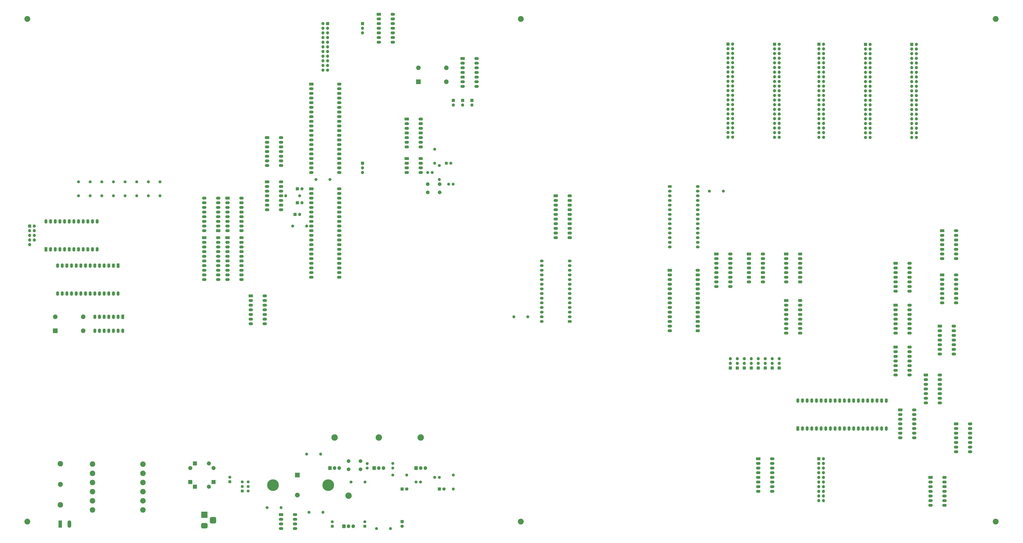
<source format=gbr>
%TF.GenerationSoftware,KiCad,Pcbnew,(5.1.10)-1*%
%TF.CreationDate,2022-04-25T14:42:15+01:00*%
%TF.ProjectId,Motherboard,4d6f7468-6572-4626-9f61-72642e6b6963,2.2*%
%TF.SameCoordinates,Original*%
%TF.FileFunction,Soldermask,Top*%
%TF.FilePolarity,Negative*%
%FSLAX46Y46*%
G04 Gerber Fmt 4.6, Leading zero omitted, Abs format (unit mm)*
G04 Created by KiCad (PCBNEW (5.1.10)-1) date 2022-04-25 14:42:15*
%MOMM*%
%LPD*%
G01*
G04 APERTURE LIST*
%ADD10O,2.400000X1.600000*%
%ADD11R,2.400000X1.600000*%
%ADD12C,2.700000*%
%ADD13C,3.000000*%
%ADD14C,1.600000*%
%ADD15R,1.600000X1.600000*%
%ADD16C,3.200000*%
%ADD17O,1.700000X1.700000*%
%ADD18R,1.700000X1.700000*%
%ADD19O,1.600000X2.400000*%
%ADD20R,1.600000X2.400000*%
%ADD21O,1.600000X1.600000*%
%ADD22O,2.000000X1.440000*%
%ADD23R,2.000000X1.440000*%
%ADD24O,1.905000X2.000000*%
%ADD25R,1.905000X2.000000*%
%ADD26O,3.500000X3.500000*%
%ADD27C,2.500000*%
%ADD28R,2.500000X2.500000*%
%ADD29C,2.000000*%
%ADD30C,6.350000*%
%ADD31C,2.600000*%
%ADD32R,2.600000X2.600000*%
%ADD33O,1.980000X3.960000*%
%ADD34R,1.980000X3.960000*%
%ADD35R,3.500000X3.500000*%
%ADD36C,1.800000*%
%ADD37R,1.800000X1.800000*%
%ADD38O,2.200000X2.200000*%
%ADD39R,2.200000X2.200000*%
G04 APERTURE END LIST*
D10*
%TO.C,U20*%
X441960000Y-275564600D03*
X434340000Y-293344600D03*
X441960000Y-278104600D03*
X434340000Y-290804600D03*
X441960000Y-280644600D03*
X434340000Y-288264600D03*
X441960000Y-283184600D03*
X434340000Y-285724600D03*
X441960000Y-285724600D03*
X434340000Y-283184600D03*
X441960000Y-288264600D03*
X434340000Y-280644600D03*
X441960000Y-290804600D03*
X434340000Y-278104600D03*
X441960000Y-293344600D03*
D11*
X434340000Y-275564600D03*
%TD*%
D12*
%TO.C,F1*%
X53619400Y-289507000D03*
D13*
X53619400Y-300757000D03*
X53619400Y-278257000D03*
%TD*%
D14*
%TO.C,SW1*%
X156031800Y-288217600D03*
X156031800Y-290717600D03*
X156031800Y-293217600D03*
X152831800Y-288217600D03*
X152831800Y-290717600D03*
D15*
X152831800Y-293217600D03*
%TD*%
D16*
%TO.C,REF\u002A\u002A*%
X304800000Y-309829200D03*
%TD*%
%TO.C,REF\u002A\u002A*%
X304800000Y-35509200D03*
%TD*%
%TO.C,REF\u002A\u002A*%
X35560000Y-35509200D03*
%TD*%
%TO.C,REF\u002A\u002A*%
X563880000Y-35509200D03*
%TD*%
%TO.C,REF\u002A\u002A*%
X563880000Y-309829200D03*
%TD*%
%TO.C,REF\u002A\u002A*%
X35560000Y-309829200D03*
%TD*%
D10*
%TO.C,U15*%
X535940000Y-285750000D03*
X528320000Y-300990000D03*
X535940000Y-288290000D03*
X528320000Y-298450000D03*
X535940000Y-290830000D03*
X528320000Y-295910000D03*
X535940000Y-293370000D03*
X528320000Y-293370000D03*
X535940000Y-295910000D03*
X528320000Y-290830000D03*
X535940000Y-298450000D03*
X528320000Y-288290000D03*
X535940000Y-300990000D03*
D11*
X528320000Y-285750000D03*
%TD*%
D17*
%TO.C,J9*%
X520648800Y-100228400D03*
X518108800Y-100228400D03*
X520648800Y-97688400D03*
X518108800Y-97688400D03*
X520648800Y-95148400D03*
X518108800Y-95148400D03*
X520648800Y-92608400D03*
X518108800Y-92608400D03*
X520648800Y-90068400D03*
X518108800Y-90068400D03*
X520648800Y-87528400D03*
X518108800Y-87528400D03*
X520648800Y-84988400D03*
X518108800Y-84988400D03*
X520648800Y-82448400D03*
X518108800Y-82448400D03*
X520648800Y-79908400D03*
X518108800Y-79908400D03*
X520648800Y-77368400D03*
X518108800Y-77368400D03*
X520648800Y-74828400D03*
X518108800Y-74828400D03*
X520648800Y-72288400D03*
X518108800Y-72288400D03*
X520648800Y-69748400D03*
X518108800Y-69748400D03*
X520648800Y-67208400D03*
X518108800Y-67208400D03*
X520648800Y-64668400D03*
X518108800Y-64668400D03*
X520648800Y-62128400D03*
X518108800Y-62128400D03*
X520648800Y-59588400D03*
X518108800Y-59588400D03*
X520648800Y-57048400D03*
X518108800Y-57048400D03*
X520648800Y-54508400D03*
X518108800Y-54508400D03*
X520648800Y-51968400D03*
X518108800Y-51968400D03*
X520648800Y-49428400D03*
D18*
X518108800Y-49428400D03*
%TD*%
D17*
%TO.C,J8*%
X495414000Y-100228400D03*
X492874000Y-100228400D03*
X495414000Y-97688400D03*
X492874000Y-97688400D03*
X495414000Y-95148400D03*
X492874000Y-95148400D03*
X495414000Y-92608400D03*
X492874000Y-92608400D03*
X495414000Y-90068400D03*
X492874000Y-90068400D03*
X495414000Y-87528400D03*
X492874000Y-87528400D03*
X495414000Y-84988400D03*
X492874000Y-84988400D03*
X495414000Y-82448400D03*
X492874000Y-82448400D03*
X495414000Y-79908400D03*
X492874000Y-79908400D03*
X495414000Y-77368400D03*
X492874000Y-77368400D03*
X495414000Y-74828400D03*
X492874000Y-74828400D03*
X495414000Y-72288400D03*
X492874000Y-72288400D03*
X495414000Y-69748400D03*
X492874000Y-69748400D03*
X495414000Y-67208400D03*
X492874000Y-67208400D03*
X495414000Y-64668400D03*
X492874000Y-64668400D03*
X495414000Y-62128400D03*
X492874000Y-62128400D03*
X495414000Y-59588400D03*
X492874000Y-59588400D03*
X495414000Y-57048400D03*
X492874000Y-57048400D03*
X495414000Y-54508400D03*
X492874000Y-54508400D03*
X495414000Y-51968400D03*
X492874000Y-51968400D03*
X495414000Y-49428400D03*
D18*
X492874000Y-49428400D03*
%TD*%
D17*
%TO.C,J7*%
X470026800Y-100177600D03*
X467486800Y-100177600D03*
X470026800Y-97637600D03*
X467486800Y-97637600D03*
X470026800Y-95097600D03*
X467486800Y-95097600D03*
X470026800Y-92557600D03*
X467486800Y-92557600D03*
X470026800Y-90017600D03*
X467486800Y-90017600D03*
X470026800Y-87477600D03*
X467486800Y-87477600D03*
X470026800Y-84937600D03*
X467486800Y-84937600D03*
X470026800Y-82397600D03*
X467486800Y-82397600D03*
X470026800Y-79857600D03*
X467486800Y-79857600D03*
X470026800Y-77317600D03*
X467486800Y-77317600D03*
X470026800Y-74777600D03*
X467486800Y-74777600D03*
X470026800Y-72237600D03*
X467486800Y-72237600D03*
X470026800Y-69697600D03*
X467486800Y-69697600D03*
X470026800Y-67157600D03*
X467486800Y-67157600D03*
X470026800Y-64617600D03*
X467486800Y-64617600D03*
X470026800Y-62077600D03*
X467486800Y-62077600D03*
X470026800Y-59537600D03*
X467486800Y-59537600D03*
X470026800Y-56997600D03*
X467486800Y-56997600D03*
X470026800Y-54457600D03*
X467486800Y-54457600D03*
X470026800Y-51917600D03*
X467486800Y-51917600D03*
X470026800Y-49377600D03*
D18*
X467486800Y-49377600D03*
%TD*%
D17*
%TO.C,J6*%
X445808000Y-100177600D03*
X443268000Y-100177600D03*
X445808000Y-97637600D03*
X443268000Y-97637600D03*
X445808000Y-95097600D03*
X443268000Y-95097600D03*
X445808000Y-92557600D03*
X443268000Y-92557600D03*
X445808000Y-90017600D03*
X443268000Y-90017600D03*
X445808000Y-87477600D03*
X443268000Y-87477600D03*
X445808000Y-84937600D03*
X443268000Y-84937600D03*
X445808000Y-82397600D03*
X443268000Y-82397600D03*
X445808000Y-79857600D03*
X443268000Y-79857600D03*
X445808000Y-77317600D03*
X443268000Y-77317600D03*
X445808000Y-74777600D03*
X443268000Y-74777600D03*
X445808000Y-72237600D03*
X443268000Y-72237600D03*
X445808000Y-69697600D03*
X443268000Y-69697600D03*
X445808000Y-67157600D03*
X443268000Y-67157600D03*
X445808000Y-64617600D03*
X443268000Y-64617600D03*
X445808000Y-62077600D03*
X443268000Y-62077600D03*
X445808000Y-59537600D03*
X443268000Y-59537600D03*
X445808000Y-56997600D03*
X443268000Y-56997600D03*
X445808000Y-54457600D03*
X443268000Y-54457600D03*
X445808000Y-51917600D03*
X443268000Y-51917600D03*
X445808000Y-49377600D03*
D18*
X443268000Y-49377600D03*
%TD*%
D17*
%TO.C,J5*%
X420420800Y-100025200D03*
X417880800Y-100025200D03*
X420420800Y-97485200D03*
X417880800Y-97485200D03*
X420420800Y-94945200D03*
X417880800Y-94945200D03*
X420420800Y-92405200D03*
X417880800Y-92405200D03*
X420420800Y-89865200D03*
X417880800Y-89865200D03*
X420420800Y-87325200D03*
X417880800Y-87325200D03*
X420420800Y-84785200D03*
X417880800Y-84785200D03*
X420420800Y-82245200D03*
X417880800Y-82245200D03*
X420420800Y-79705200D03*
X417880800Y-79705200D03*
X420420800Y-77165200D03*
X417880800Y-77165200D03*
X420420800Y-74625200D03*
X417880800Y-74625200D03*
X420420800Y-72085200D03*
X417880800Y-72085200D03*
X420420800Y-69545200D03*
X417880800Y-69545200D03*
X420420800Y-67005200D03*
X417880800Y-67005200D03*
X420420800Y-64465200D03*
X417880800Y-64465200D03*
X420420800Y-61925200D03*
X417880800Y-61925200D03*
X420420800Y-59385200D03*
X417880800Y-59385200D03*
X420420800Y-56845200D03*
X417880800Y-56845200D03*
X420420800Y-54305200D03*
X417880800Y-54305200D03*
X420420800Y-51765200D03*
X417880800Y-51765200D03*
X420420800Y-49225200D03*
D18*
X417880800Y-49225200D03*
%TD*%
D10*
%TO.C,U33*%
X205740000Y-71120000D03*
X190500000Y-119380000D03*
X205740000Y-73660000D03*
X190500000Y-116840000D03*
X205740000Y-76200000D03*
X190500000Y-114300000D03*
X205740000Y-78740000D03*
X190500000Y-111760000D03*
X205740000Y-81280000D03*
X190500000Y-109220000D03*
X205740000Y-83820000D03*
X190500000Y-106680000D03*
X205740000Y-86360000D03*
X190500000Y-104140000D03*
X205740000Y-88900000D03*
X190500000Y-101600000D03*
X205740000Y-91440000D03*
X190500000Y-99060000D03*
X205740000Y-93980000D03*
X190500000Y-96520000D03*
X205740000Y-96520000D03*
X190500000Y-93980000D03*
X205740000Y-99060000D03*
X190500000Y-91440000D03*
X205740000Y-101600000D03*
X190500000Y-88900000D03*
X205740000Y-104140000D03*
X190500000Y-86360000D03*
X205740000Y-106680000D03*
X190500000Y-83820000D03*
X205740000Y-109220000D03*
X190500000Y-81280000D03*
X205740000Y-111760000D03*
X190500000Y-78740000D03*
X205740000Y-114300000D03*
X190500000Y-76200000D03*
X205740000Y-116840000D03*
X190500000Y-73660000D03*
X205740000Y-119380000D03*
D11*
X190500000Y-71120000D03*
%TD*%
D10*
%TO.C,U21*%
X205740000Y-128270000D03*
X190500000Y-176530000D03*
X205740000Y-130810000D03*
X190500000Y-173990000D03*
X205740000Y-133350000D03*
X190500000Y-171450000D03*
X205740000Y-135890000D03*
X190500000Y-168910000D03*
X205740000Y-138430000D03*
X190500000Y-166370000D03*
X205740000Y-140970000D03*
X190500000Y-163830000D03*
X205740000Y-143510000D03*
X190500000Y-161290000D03*
X205740000Y-146050000D03*
X190500000Y-158750000D03*
X205740000Y-148590000D03*
X190500000Y-156210000D03*
X205740000Y-151130000D03*
X190500000Y-153670000D03*
X205740000Y-153670000D03*
X190500000Y-151130000D03*
X205740000Y-156210000D03*
X190500000Y-148590000D03*
X205740000Y-158750000D03*
X190500000Y-146050000D03*
X205740000Y-161290000D03*
X190500000Y-143510000D03*
X205740000Y-163830000D03*
X190500000Y-140970000D03*
X205740000Y-166370000D03*
X190500000Y-138430000D03*
X205740000Y-168910000D03*
X190500000Y-135890000D03*
X205740000Y-171450000D03*
X190500000Y-133350000D03*
X205740000Y-173990000D03*
X190500000Y-130810000D03*
X205740000Y-176530000D03*
D11*
X190500000Y-128270000D03*
%TD*%
D10*
%TO.C,U9*%
X401320000Y-172720000D03*
X386080000Y-205740000D03*
X401320000Y-175260000D03*
X386080000Y-203200000D03*
X401320000Y-177800000D03*
X386080000Y-200660000D03*
X401320000Y-180340000D03*
X386080000Y-198120000D03*
X401320000Y-182880000D03*
X386080000Y-195580000D03*
X401320000Y-185420000D03*
X386080000Y-193040000D03*
X401320000Y-187960000D03*
X386080000Y-190500000D03*
X401320000Y-190500000D03*
X386080000Y-187960000D03*
X401320000Y-193040000D03*
X386080000Y-185420000D03*
X401320000Y-195580000D03*
X386080000Y-182880000D03*
X401320000Y-198120000D03*
X386080000Y-180340000D03*
X401320000Y-200660000D03*
X386080000Y-177800000D03*
X401320000Y-203200000D03*
X386080000Y-175260000D03*
X401320000Y-205740000D03*
D11*
X386080000Y-172720000D03*
%TD*%
D19*
%TO.C,U27*%
X455930000Y-243840000D03*
X504190000Y-259080000D03*
X458470000Y-243840000D03*
X501650000Y-259080000D03*
X461010000Y-243840000D03*
X499110000Y-259080000D03*
X463550000Y-243840000D03*
X496570000Y-259080000D03*
X466090000Y-243840000D03*
X494030000Y-259080000D03*
X468630000Y-243840000D03*
X491490000Y-259080000D03*
X471170000Y-243840000D03*
X488950000Y-259080000D03*
X473710000Y-243840000D03*
X486410000Y-259080000D03*
X476250000Y-243840000D03*
X483870000Y-259080000D03*
X478790000Y-243840000D03*
X481330000Y-259080000D03*
X481330000Y-243840000D03*
X478790000Y-259080000D03*
X483870000Y-243840000D03*
X476250000Y-259080000D03*
X486410000Y-243840000D03*
X473710000Y-259080000D03*
X488950000Y-243840000D03*
X471170000Y-259080000D03*
X491490000Y-243840000D03*
X468630000Y-259080000D03*
X494030000Y-243840000D03*
X466090000Y-259080000D03*
X496570000Y-243840000D03*
X463550000Y-259080000D03*
X499110000Y-243840000D03*
X461010000Y-259080000D03*
X501650000Y-243840000D03*
X458470000Y-259080000D03*
X504190000Y-243840000D03*
D20*
X455930000Y-259080000D03*
%TD*%
D17*
%TO.C,J3*%
X36830000Y-158750000D03*
X39370000Y-156210000D03*
X36830000Y-156210000D03*
X39370000Y-153670000D03*
X36830000Y-153670000D03*
X39370000Y-151130000D03*
X36830000Y-151130000D03*
X39370000Y-148590000D03*
D18*
X36830000Y-148590000D03*
%TD*%
D21*
%TO.C,R22*%
X300990000Y-198120000D03*
D14*
X308610000Y-198120000D03*
%TD*%
D10*
%TO.C,U16*%
X139700000Y-154940000D03*
X132080000Y-177800000D03*
X139700000Y-157480000D03*
X132080000Y-175260000D03*
X139700000Y-160020000D03*
X132080000Y-172720000D03*
X139700000Y-162560000D03*
X132080000Y-170180000D03*
X139700000Y-165100000D03*
X132080000Y-167640000D03*
X139700000Y-167640000D03*
X132080000Y-165100000D03*
X139700000Y-170180000D03*
X132080000Y-162560000D03*
X139700000Y-172720000D03*
X132080000Y-160020000D03*
X139700000Y-175260000D03*
X132080000Y-157480000D03*
X139700000Y-177800000D03*
D11*
X132080000Y-154940000D03*
%TD*%
D14*
%TO.C,C1*%
X220980000Y-278170000D03*
X220980000Y-280670000D03*
%TD*%
D17*
%TO.C,J4*%
X196850000Y-63500000D03*
X199390000Y-63500000D03*
X196850000Y-60960000D03*
X199390000Y-60960000D03*
X196850000Y-58420000D03*
X199390000Y-58420000D03*
X196850000Y-55880000D03*
X199390000Y-55880000D03*
X196850000Y-53340000D03*
X199390000Y-53340000D03*
X196850000Y-50800000D03*
X199390000Y-50800000D03*
X196850000Y-48260000D03*
X199390000Y-48260000D03*
X196850000Y-45720000D03*
X199390000Y-45720000D03*
X196850000Y-43180000D03*
X199390000Y-43180000D03*
X196850000Y-40640000D03*
X199390000Y-40640000D03*
X196850000Y-38100000D03*
D18*
X199390000Y-38100000D03*
%TD*%
D19*
%TO.C,U32*%
X87630000Y-205740000D03*
X72390000Y-198120000D03*
X85090000Y-205740000D03*
X74930000Y-198120000D03*
X82550000Y-205740000D03*
X77470000Y-198120000D03*
X80010000Y-205740000D03*
X80010000Y-198120000D03*
X77470000Y-205740000D03*
X82550000Y-198120000D03*
X74930000Y-205740000D03*
X85090000Y-198120000D03*
X72390000Y-205740000D03*
D20*
X87630000Y-198120000D03*
%TD*%
D22*
%TO.C,U19*%
X316230000Y-167640000D03*
X331470000Y-167640000D03*
X316230000Y-170180000D03*
X331470000Y-170180000D03*
X316230000Y-172720000D03*
X331470000Y-172720000D03*
X316230000Y-175260000D03*
X331470000Y-175260000D03*
X316230000Y-177800000D03*
X331470000Y-177800000D03*
X316230000Y-180340000D03*
X331470000Y-180340000D03*
X316230000Y-182880000D03*
X331470000Y-182880000D03*
X316230000Y-185420000D03*
X331470000Y-185420000D03*
X316230000Y-187960000D03*
X331470000Y-187960000D03*
X316230000Y-190500000D03*
X331470000Y-190500000D03*
X316230000Y-193040000D03*
X331470000Y-193040000D03*
X316230000Y-195580000D03*
X331470000Y-195580000D03*
X316230000Y-198120000D03*
X331470000Y-198120000D03*
X316230000Y-200660000D03*
D23*
X331470000Y-200660000D03*
%TD*%
D22*
%TO.C,U11*%
X401320000Y-160020000D03*
X386080000Y-160020000D03*
X401320000Y-157480000D03*
X386080000Y-157480000D03*
X401320000Y-154940000D03*
X386080000Y-154940000D03*
X401320000Y-152400000D03*
X386080000Y-152400000D03*
X401320000Y-149860000D03*
X386080000Y-149860000D03*
X401320000Y-147320000D03*
X386080000Y-147320000D03*
X401320000Y-144780000D03*
X386080000Y-144780000D03*
X401320000Y-142240000D03*
X386080000Y-142240000D03*
X401320000Y-139700000D03*
X386080000Y-139700000D03*
X401320000Y-137160000D03*
X386080000Y-137160000D03*
X401320000Y-134620000D03*
X386080000Y-134620000D03*
X401320000Y-132080000D03*
X386080000Y-132080000D03*
X401320000Y-129540000D03*
X386080000Y-129540000D03*
X401320000Y-127000000D03*
D23*
X386080000Y-127000000D03*
%TD*%
D24*
%TO.C,U13*%
X213360000Y-312420000D03*
X210820000Y-312420000D03*
D25*
X208280000Y-312420000D03*
D26*
X210820000Y-295760000D03*
%TD*%
D27*
%TO.C,X2*%
X66040000Y-205740000D03*
X66040000Y-198120000D03*
X50800000Y-198120000D03*
D28*
X50800000Y-205740000D03*
%TD*%
D27*
%TO.C,X1*%
X264160000Y-69850000D03*
X264160000Y-62230000D03*
X248920000Y-62230000D03*
D28*
X248920000Y-69850000D03*
%TD*%
D10*
%TO.C,U43*%
X542290000Y-151130000D03*
X534670000Y-166370000D03*
X542290000Y-153670000D03*
X534670000Y-163830000D03*
X542290000Y-156210000D03*
X534670000Y-161290000D03*
X542290000Y-158750000D03*
X534670000Y-158750000D03*
X542290000Y-161290000D03*
X534670000Y-156210000D03*
X542290000Y-163830000D03*
X534670000Y-153670000D03*
X542290000Y-166370000D03*
D11*
X534670000Y-151130000D03*
%TD*%
D10*
%TO.C,U31*%
X549910000Y-256540000D03*
X542290000Y-271780000D03*
X549910000Y-259080000D03*
X542290000Y-269240000D03*
X549910000Y-261620000D03*
X542290000Y-266700000D03*
X549910000Y-264160000D03*
X542290000Y-264160000D03*
X549910000Y-266700000D03*
X542290000Y-261620000D03*
X549910000Y-269240000D03*
X542290000Y-259080000D03*
X549910000Y-271780000D03*
D11*
X542290000Y-256540000D03*
%TD*%
D10*
%TO.C,U38*%
X541020000Y-203200000D03*
X533400000Y-218440000D03*
X541020000Y-205740000D03*
X533400000Y-215900000D03*
X541020000Y-208280000D03*
X533400000Y-213360000D03*
X541020000Y-210820000D03*
X533400000Y-210820000D03*
X541020000Y-213360000D03*
X533400000Y-208280000D03*
X541020000Y-215900000D03*
X533400000Y-205740000D03*
X541020000Y-218440000D03*
D11*
X533400000Y-203200000D03*
%TD*%
D10*
%TO.C,U42*%
X516890000Y-168910000D03*
X509270000Y-184150000D03*
X516890000Y-171450000D03*
X509270000Y-181610000D03*
X516890000Y-173990000D03*
X509270000Y-179070000D03*
X516890000Y-176530000D03*
X509270000Y-176530000D03*
X516890000Y-179070000D03*
X509270000Y-173990000D03*
X516890000Y-181610000D03*
X509270000Y-171450000D03*
X516890000Y-184150000D03*
D11*
X509270000Y-168910000D03*
%TD*%
D10*
%TO.C,U36*%
X516890000Y-214630000D03*
X509270000Y-229870000D03*
X516890000Y-217170000D03*
X509270000Y-227330000D03*
X516890000Y-219710000D03*
X509270000Y-224790000D03*
X516890000Y-222250000D03*
X509270000Y-222250000D03*
X516890000Y-224790000D03*
X509270000Y-219710000D03*
X516890000Y-227330000D03*
X509270000Y-217170000D03*
X516890000Y-229870000D03*
D11*
X509270000Y-214630000D03*
%TD*%
D10*
%TO.C,U39*%
X542290000Y-175260000D03*
X534670000Y-190500000D03*
X542290000Y-177800000D03*
X534670000Y-187960000D03*
X542290000Y-180340000D03*
X534670000Y-185420000D03*
X542290000Y-182880000D03*
X534670000Y-182880000D03*
X542290000Y-185420000D03*
X534670000Y-180340000D03*
X542290000Y-187960000D03*
X534670000Y-177800000D03*
X542290000Y-190500000D03*
D11*
X534670000Y-175260000D03*
%TD*%
D10*
%TO.C,U35*%
X533400000Y-229870000D03*
X525780000Y-245110000D03*
X533400000Y-232410000D03*
X525780000Y-242570000D03*
X533400000Y-234950000D03*
X525780000Y-240030000D03*
X533400000Y-237490000D03*
X525780000Y-237490000D03*
X533400000Y-240030000D03*
X525780000Y-234950000D03*
X533400000Y-242570000D03*
X525780000Y-232410000D03*
X533400000Y-245110000D03*
D11*
X525780000Y-229870000D03*
%TD*%
D10*
%TO.C,U37*%
X516890000Y-191770000D03*
X509270000Y-207010000D03*
X516890000Y-194310000D03*
X509270000Y-204470000D03*
X516890000Y-196850000D03*
X509270000Y-201930000D03*
X516890000Y-199390000D03*
X509270000Y-199390000D03*
X516890000Y-201930000D03*
X509270000Y-196850000D03*
X516890000Y-204470000D03*
X509270000Y-194310000D03*
X516890000Y-207010000D03*
D11*
X509270000Y-191770000D03*
%TD*%
D10*
%TO.C,U40*%
X519430000Y-248920000D03*
X511810000Y-264160000D03*
X519430000Y-251460000D03*
X511810000Y-261620000D03*
X519430000Y-254000000D03*
X511810000Y-259080000D03*
X519430000Y-256540000D03*
X511810000Y-256540000D03*
X519430000Y-259080000D03*
X511810000Y-254000000D03*
X519430000Y-261620000D03*
X511810000Y-251460000D03*
X519430000Y-264160000D03*
D11*
X511810000Y-248920000D03*
%TD*%
D19*
%TO.C,U29*%
X45720000Y-146050000D03*
X73660000Y-161290000D03*
X48260000Y-146050000D03*
X71120000Y-161290000D03*
X50800000Y-146050000D03*
X68580000Y-161290000D03*
X53340000Y-146050000D03*
X66040000Y-161290000D03*
X55880000Y-146050000D03*
X63500000Y-161290000D03*
X58420000Y-146050000D03*
X60960000Y-161290000D03*
X60960000Y-146050000D03*
X58420000Y-161290000D03*
X63500000Y-146050000D03*
X55880000Y-161290000D03*
X66040000Y-146050000D03*
X53340000Y-161290000D03*
X68580000Y-146050000D03*
X50800000Y-161290000D03*
X71120000Y-146050000D03*
X48260000Y-161290000D03*
X73660000Y-146050000D03*
D20*
X45720000Y-161290000D03*
%TD*%
D10*
%TO.C,U28*%
X457200000Y-189230000D03*
X449580000Y-207010000D03*
X457200000Y-191770000D03*
X449580000Y-204470000D03*
X457200000Y-194310000D03*
X449580000Y-201930000D03*
X457200000Y-196850000D03*
X449580000Y-199390000D03*
X457200000Y-199390000D03*
X449580000Y-196850000D03*
X457200000Y-201930000D03*
X449580000Y-194310000D03*
X457200000Y-204470000D03*
X449580000Y-191770000D03*
X457200000Y-207010000D03*
D11*
X449580000Y-189230000D03*
%TD*%
D10*
%TO.C,U26*%
X250190000Y-111760000D03*
X242570000Y-119380000D03*
X250190000Y-114300000D03*
X242570000Y-116840000D03*
X250190000Y-116840000D03*
X242570000Y-114300000D03*
X250190000Y-119380000D03*
D11*
X242570000Y-111760000D03*
%TD*%
D19*
%TO.C,U25*%
X85090000Y-185420000D03*
X52070000Y-170180000D03*
X82550000Y-185420000D03*
X54610000Y-170180000D03*
X80010000Y-185420000D03*
X57150000Y-170180000D03*
X77470000Y-185420000D03*
X59690000Y-170180000D03*
X74930000Y-185420000D03*
X62230000Y-170180000D03*
X72390000Y-185420000D03*
X64770000Y-170180000D03*
X69850000Y-185420000D03*
X67310000Y-170180000D03*
X67310000Y-185420000D03*
X69850000Y-170180000D03*
X64770000Y-185420000D03*
X72390000Y-170180000D03*
X62230000Y-185420000D03*
X74930000Y-170180000D03*
X59690000Y-185420000D03*
X77470000Y-170180000D03*
X57150000Y-185420000D03*
X80010000Y-170180000D03*
X54610000Y-185420000D03*
X82550000Y-170180000D03*
X52070000Y-185420000D03*
D20*
X85090000Y-170180000D03*
%TD*%
D10*
%TO.C,U24*%
X280670000Y-57150000D03*
X273050000Y-72390000D03*
X280670000Y-59690000D03*
X273050000Y-69850000D03*
X280670000Y-62230000D03*
X273050000Y-67310000D03*
X280670000Y-64770000D03*
X273050000Y-64770000D03*
X280670000Y-67310000D03*
X273050000Y-62230000D03*
X280670000Y-69850000D03*
X273050000Y-59690000D03*
X280670000Y-72390000D03*
D11*
X273050000Y-57150000D03*
%TD*%
D10*
%TO.C,U23*%
X250190000Y-90170000D03*
X242570000Y-105410000D03*
X250190000Y-92710000D03*
X242570000Y-102870000D03*
X250190000Y-95250000D03*
X242570000Y-100330000D03*
X250190000Y-97790000D03*
X242570000Y-97790000D03*
X250190000Y-100330000D03*
X242570000Y-95250000D03*
X250190000Y-102870000D03*
X242570000Y-92710000D03*
X250190000Y-105410000D03*
D11*
X242570000Y-90170000D03*
%TD*%
D10*
%TO.C,U22*%
X419100000Y-163830000D03*
X411480000Y-181610000D03*
X419100000Y-166370000D03*
X411480000Y-179070000D03*
X419100000Y-168910000D03*
X411480000Y-176530000D03*
X419100000Y-171450000D03*
X411480000Y-173990000D03*
X419100000Y-173990000D03*
X411480000Y-171450000D03*
X419100000Y-176530000D03*
X411480000Y-168910000D03*
X419100000Y-179070000D03*
X411480000Y-166370000D03*
X419100000Y-181610000D03*
D11*
X411480000Y-163830000D03*
%TD*%
D10*
%TO.C,U18*%
X165100000Y-186690000D03*
X157480000Y-201930000D03*
X165100000Y-189230000D03*
X157480000Y-199390000D03*
X165100000Y-191770000D03*
X157480000Y-196850000D03*
X165100000Y-194310000D03*
X157480000Y-194310000D03*
X165100000Y-196850000D03*
X157480000Y-191770000D03*
X165100000Y-199390000D03*
X157480000Y-189230000D03*
X165100000Y-201930000D03*
D11*
X157480000Y-186690000D03*
%TD*%
D10*
%TO.C,U17*%
X152400000Y-154940000D03*
X144780000Y-177800000D03*
X152400000Y-157480000D03*
X144780000Y-175260000D03*
X152400000Y-160020000D03*
X144780000Y-172720000D03*
X152400000Y-162560000D03*
X144780000Y-170180000D03*
X152400000Y-165100000D03*
X144780000Y-167640000D03*
X152400000Y-167640000D03*
X144780000Y-165100000D03*
X152400000Y-170180000D03*
X144780000Y-162560000D03*
X152400000Y-172720000D03*
X144780000Y-160020000D03*
X152400000Y-175260000D03*
X144780000Y-157480000D03*
X152400000Y-177800000D03*
D11*
X144780000Y-154940000D03*
%TD*%
D10*
%TO.C,U14*%
X173990000Y-100330000D03*
X166370000Y-115570000D03*
X173990000Y-102870000D03*
X166370000Y-113030000D03*
X173990000Y-105410000D03*
X166370000Y-110490000D03*
X173990000Y-107950000D03*
X166370000Y-107950000D03*
X173990000Y-110490000D03*
X166370000Y-105410000D03*
X173990000Y-113030000D03*
X166370000Y-102870000D03*
X173990000Y-115570000D03*
D11*
X166370000Y-100330000D03*
%TD*%
D10*
%TO.C,U12*%
X181610000Y-306070000D03*
X173990000Y-313690000D03*
X181610000Y-308610000D03*
X173990000Y-311150000D03*
X181610000Y-311150000D03*
X173990000Y-308610000D03*
X181610000Y-313690000D03*
D11*
X173990000Y-306070000D03*
%TD*%
D10*
%TO.C,U10*%
X331470000Y-132080000D03*
X323850000Y-154940000D03*
X331470000Y-134620000D03*
X323850000Y-152400000D03*
X331470000Y-137160000D03*
X323850000Y-149860000D03*
X331470000Y-139700000D03*
X323850000Y-147320000D03*
X331470000Y-142240000D03*
X323850000Y-144780000D03*
X331470000Y-144780000D03*
X323850000Y-142240000D03*
X331470000Y-147320000D03*
X323850000Y-139700000D03*
X331470000Y-149860000D03*
X323850000Y-137160000D03*
X331470000Y-152400000D03*
X323850000Y-134620000D03*
X331470000Y-154940000D03*
D11*
X323850000Y-132080000D03*
%TD*%
D10*
%TO.C,U8*%
X457200000Y-163830000D03*
X449580000Y-179070000D03*
X457200000Y-166370000D03*
X449580000Y-176530000D03*
X457200000Y-168910000D03*
X449580000Y-173990000D03*
X457200000Y-171450000D03*
X449580000Y-171450000D03*
X457200000Y-173990000D03*
X449580000Y-168910000D03*
X457200000Y-176530000D03*
X449580000Y-166370000D03*
X457200000Y-179070000D03*
D11*
X449580000Y-163830000D03*
%TD*%
D10*
%TO.C,U7*%
X173990000Y-124460000D03*
X166370000Y-139700000D03*
X173990000Y-127000000D03*
X166370000Y-137160000D03*
X173990000Y-129540000D03*
X166370000Y-134620000D03*
X173990000Y-132080000D03*
X166370000Y-132080000D03*
X173990000Y-134620000D03*
X166370000Y-129540000D03*
X173990000Y-137160000D03*
X166370000Y-127000000D03*
X173990000Y-139700000D03*
D11*
X166370000Y-124460000D03*
%TD*%
D10*
%TO.C,U6*%
X234950000Y-33020000D03*
X227330000Y-48260000D03*
X234950000Y-35560000D03*
X227330000Y-45720000D03*
X234950000Y-38100000D03*
X227330000Y-43180000D03*
X234950000Y-40640000D03*
X227330000Y-40640000D03*
X234950000Y-43180000D03*
X227330000Y-38100000D03*
X234950000Y-45720000D03*
X227330000Y-35560000D03*
X234950000Y-48260000D03*
D11*
X227330000Y-33020000D03*
%TD*%
D10*
%TO.C,U5*%
X152400000Y-133350000D03*
X144780000Y-151130000D03*
X152400000Y-135890000D03*
X144780000Y-148590000D03*
X152400000Y-138430000D03*
X144780000Y-146050000D03*
X152400000Y-140970000D03*
X144780000Y-143510000D03*
X152400000Y-143510000D03*
X144780000Y-140970000D03*
X152400000Y-146050000D03*
X144780000Y-138430000D03*
X152400000Y-148590000D03*
X144780000Y-135890000D03*
X152400000Y-151130000D03*
D11*
X144780000Y-133350000D03*
%TD*%
D10*
%TO.C,U4*%
X132080000Y-151130000D03*
X139700000Y-133350000D03*
X132080000Y-148590000D03*
X139700000Y-135890000D03*
X132080000Y-146050000D03*
X139700000Y-138430000D03*
X132080000Y-143510000D03*
X139700000Y-140970000D03*
X132080000Y-140970000D03*
X139700000Y-143510000D03*
X132080000Y-138430000D03*
X139700000Y-146050000D03*
X132080000Y-135890000D03*
X139700000Y-148590000D03*
X132080000Y-133350000D03*
D11*
X139700000Y-151130000D03*
%TD*%
D10*
%TO.C,U3*%
X436880000Y-163830000D03*
X429260000Y-179070000D03*
X436880000Y-166370000D03*
X429260000Y-176530000D03*
X436880000Y-168910000D03*
X429260000Y-173990000D03*
X436880000Y-171450000D03*
X429260000Y-171450000D03*
X436880000Y-173990000D03*
X429260000Y-168910000D03*
X436880000Y-176530000D03*
X429260000Y-166370000D03*
X436880000Y-179070000D03*
D11*
X429260000Y-163830000D03*
%TD*%
D24*
%TO.C,U2*%
X252730000Y-280670000D03*
X250190000Y-280670000D03*
D25*
X247650000Y-280670000D03*
D26*
X250190000Y-264010000D03*
%TD*%
D24*
%TO.C,U1*%
X229870000Y-280670000D03*
X227330000Y-280670000D03*
D25*
X224790000Y-280670000D03*
D26*
X227330000Y-264010000D03*
%TD*%
D13*
%TO.C,TR1*%
X98620000Y-283530000D03*
X98620000Y-288530000D03*
X98620000Y-293530000D03*
X98620000Y-298530000D03*
X71120000Y-283530000D03*
X71120000Y-288530000D03*
X71120000Y-293530000D03*
X71120000Y-298530000D03*
X98620000Y-303530000D03*
X98620000Y-278530000D03*
X71120000Y-278480000D03*
X71120000Y-303530000D03*
%TD*%
D29*
%TO.C,SW3*%
X260500000Y-125730000D03*
X260500000Y-130230000D03*
X254000000Y-125730000D03*
X254000000Y-130230000D03*
%TD*%
%TO.C,SW2*%
X217320000Y-276860000D03*
X217320000Y-281360000D03*
X210820000Y-276860000D03*
X210820000Y-281360000D03*
%TD*%
D21*
%TO.C,R21*%
X257810000Y-114300000D03*
D14*
X257810000Y-106680000D03*
%TD*%
D21*
%TO.C,R20*%
X260350000Y-123190000D03*
D14*
X260350000Y-115570000D03*
%TD*%
D21*
%TO.C,R19*%
X187960000Y-148590000D03*
D14*
X180340000Y-148590000D03*
%TD*%
D21*
%TO.C,R18*%
X176530000Y-132080000D03*
D14*
X184150000Y-132080000D03*
%TD*%
D21*
%TO.C,R17*%
X200660000Y-123190000D03*
D14*
X193040000Y-123190000D03*
%TD*%
D21*
%TO.C,R16*%
X415290000Y-129540000D03*
D14*
X407670000Y-129540000D03*
%TD*%
D21*
%TO.C,R15*%
X219770000Y-288290000D03*
D14*
X212150000Y-288290000D03*
%TD*%
D21*
%TO.C,R14*%
X173990000Y-302260000D03*
D14*
X166370000Y-302260000D03*
%TD*%
D21*
%TO.C,R13*%
X196850000Y-304800000D03*
D14*
X189230000Y-304800000D03*
%TD*%
D21*
%TO.C,R12*%
X195580000Y-273050000D03*
D14*
X187960000Y-273050000D03*
%TD*%
D21*
%TO.C,R11*%
X233680000Y-313690000D03*
D14*
X226060000Y-313690000D03*
%TD*%
D21*
%TO.C,R10*%
X242570000Y-284480000D03*
D14*
X234950000Y-284480000D03*
%TD*%
D21*
%TO.C,R9*%
X267970000Y-292100000D03*
D14*
X267970000Y-284480000D03*
%TD*%
D21*
%TO.C,R8*%
X63500000Y-132080000D03*
D14*
X63500000Y-124460000D03*
%TD*%
D21*
%TO.C,R7*%
X69850000Y-132080000D03*
D14*
X69850000Y-124460000D03*
%TD*%
D21*
%TO.C,R6*%
X76200000Y-132080000D03*
D14*
X76200000Y-124460000D03*
%TD*%
D21*
%TO.C,R5*%
X82550000Y-132080000D03*
D14*
X82550000Y-124460000D03*
%TD*%
D21*
%TO.C,R4*%
X88900000Y-132080000D03*
D14*
X88900000Y-124460000D03*
%TD*%
D21*
%TO.C,R3*%
X95250000Y-132080000D03*
D14*
X95250000Y-124460000D03*
%TD*%
D21*
%TO.C,R2*%
X101600000Y-132080000D03*
D14*
X101600000Y-124460000D03*
%TD*%
D21*
%TO.C,R1*%
X107950000Y-132080000D03*
D14*
X107950000Y-124460000D03*
%TD*%
D24*
%TO.C,Q2*%
X205740000Y-280670000D03*
X203200000Y-280670000D03*
D25*
X200660000Y-280670000D03*
D26*
X203200000Y-264010000D03*
%TD*%
D30*
%TO.C,Q1*%
X199780000Y-289930000D03*
X169580000Y-289930000D03*
D31*
X182880000Y-295400000D03*
D32*
X182880000Y-284480000D03*
%TD*%
D33*
%TO.C,P1*%
X58492400Y-311251600D03*
D34*
X53492400Y-311251600D03*
%TD*%
D17*
%TO.C,JP16*%
X218440000Y-119380000D03*
X218440000Y-116840000D03*
D18*
X218440000Y-114300000D03*
%TD*%
D17*
%TO.C,JP15*%
X278130000Y-82550000D03*
D18*
X278130000Y-80010000D03*
%TD*%
D17*
%TO.C,JP14*%
X273050000Y-82550000D03*
D18*
X273050000Y-80010000D03*
%TD*%
D17*
%TO.C,JP13*%
X267970000Y-82550000D03*
D18*
X267970000Y-80010000D03*
%TD*%
D17*
%TO.C,JP12*%
X422910000Y-220980000D03*
X422910000Y-223520000D03*
D18*
X422910000Y-226060000D03*
%TD*%
D17*
%TO.C,JP11*%
X185420000Y-128270000D03*
D18*
X182880000Y-128270000D03*
%TD*%
D17*
%TO.C,JP10*%
X185420000Y-135890000D03*
D18*
X182880000Y-135890000D03*
%TD*%
D17*
%TO.C,JP9*%
X184150000Y-142240000D03*
D18*
X181610000Y-142240000D03*
%TD*%
D17*
%TO.C,JP8*%
X419100000Y-220980000D03*
X419100000Y-223520000D03*
D18*
X419100000Y-226060000D03*
%TD*%
D17*
%TO.C,JP7*%
X430530000Y-220980000D03*
X430530000Y-223520000D03*
D18*
X430530000Y-226060000D03*
%TD*%
D17*
%TO.C,JP6*%
X426720000Y-220980000D03*
X426720000Y-223520000D03*
D18*
X426720000Y-226060000D03*
%TD*%
D17*
%TO.C,JP5*%
X438150000Y-220980000D03*
X438150000Y-223520000D03*
D18*
X438150000Y-226060000D03*
%TD*%
D17*
%TO.C,JP4*%
X434340000Y-220980000D03*
X434340000Y-223520000D03*
D18*
X434340000Y-226060000D03*
%TD*%
D17*
%TO.C,JP3*%
X445770000Y-220980000D03*
X445770000Y-223520000D03*
D18*
X445770000Y-226060000D03*
%TD*%
D17*
%TO.C,JP2*%
X441960000Y-220980000D03*
X441960000Y-223520000D03*
D18*
X441960000Y-226060000D03*
%TD*%
D17*
%TO.C,JP1*%
X218440000Y-43180000D03*
X218440000Y-40640000D03*
D18*
X218440000Y-38100000D03*
%TD*%
D17*
%TO.C,J2*%
X469900000Y-298450000D03*
X467360000Y-298450000D03*
X469900000Y-295910000D03*
X467360000Y-295910000D03*
X469900000Y-293370000D03*
X467360000Y-293370000D03*
X469900000Y-290830000D03*
X467360000Y-290830000D03*
X469900000Y-288290000D03*
X467360000Y-288290000D03*
X469900000Y-285750000D03*
X467360000Y-285750000D03*
X469900000Y-283210000D03*
X467360000Y-283210000D03*
X469900000Y-280670000D03*
X467360000Y-280670000D03*
X469900000Y-278130000D03*
X467360000Y-278130000D03*
X469900000Y-275590000D03*
D18*
X467360000Y-275590000D03*
%TD*%
%TO.C,J1*%
G36*
G01*
X137756600Y-310865200D02*
X136006600Y-310865200D01*
G75*
G02*
X135131600Y-309990200I0J875000D01*
G01*
X135131600Y-308240200D01*
G75*
G02*
X136006600Y-307365200I875000J0D01*
G01*
X137756600Y-307365200D01*
G75*
G02*
X138631600Y-308240200I0J-875000D01*
G01*
X138631600Y-309990200D01*
G75*
G02*
X137756600Y-310865200I-875000J0D01*
G01*
G37*
G36*
G01*
X133181600Y-313615200D02*
X131181600Y-313615200D01*
G75*
G02*
X130431600Y-312865200I0J750000D01*
G01*
X130431600Y-311365200D01*
G75*
G02*
X131181600Y-310615200I750000J0D01*
G01*
X133181600Y-310615200D01*
G75*
G02*
X133931600Y-311365200I0J-750000D01*
G01*
X133931600Y-312865200D01*
G75*
G02*
X133181600Y-313615200I-750000J0D01*
G01*
G37*
D35*
X132181600Y-306115200D03*
%TD*%
D36*
%TO.C,D7*%
X240030000Y-312420000D03*
D37*
X240030000Y-309880000D03*
%TD*%
D36*
%TO.C,D6*%
X242570000Y-292100000D03*
D37*
X240030000Y-292100000D03*
%TD*%
D36*
%TO.C,D5*%
X262890000Y-292100000D03*
D37*
X260350000Y-292100000D03*
%TD*%
D38*
%TO.C,D4*%
X137160000Y-280670000D03*
D39*
X137160000Y-288290000D03*
%TD*%
D38*
%TO.C,D3*%
X134620000Y-290830000D03*
D39*
X127000000Y-290830000D03*
%TD*%
D38*
%TO.C,D2*%
X134620000Y-278130000D03*
D39*
X127000000Y-278130000D03*
%TD*%
D38*
%TO.C,D1*%
X124460000Y-280670000D03*
D39*
X124460000Y-288290000D03*
%TD*%
D14*
%TO.C,CP2*%
X266660000Y-114300000D03*
D15*
X264160000Y-114300000D03*
%TD*%
D14*
%TO.C,CP1*%
X146024600Y-285637600D03*
D15*
X146024600Y-288137600D03*
%TD*%
D14*
%TO.C,C8*%
X256500000Y-119380000D03*
X254000000Y-119380000D03*
%TD*%
%TO.C,C7*%
X267930000Y-125730000D03*
X265430000Y-125730000D03*
%TD*%
%TO.C,C6*%
X219710000Y-309920000D03*
D15*
X219710000Y-312420000D03*
%TD*%
D14*
%TO.C,C5*%
X201930000Y-309920000D03*
D15*
X201930000Y-312420000D03*
%TD*%
D14*
%TO.C,C4*%
X250150000Y-288290000D03*
X247650000Y-288290000D03*
%TD*%
%TO.C,C3*%
X257850000Y-285750000D03*
X260350000Y-285750000D03*
%TD*%
%TO.C,C2*%
X234950000Y-278130000D03*
X234950000Y-280630000D03*
%TD*%
M02*

</source>
